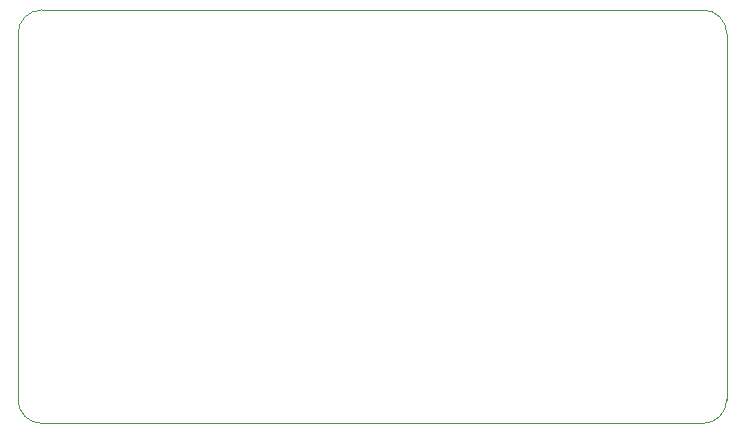
<source format=gm1>
G04 #@! TF.GenerationSoftware,KiCad,Pcbnew,(5.1.0)-1*
G04 #@! TF.CreationDate,2019-11-19T19:29:26+08:00*
G04 #@! TF.ProjectId,RibbonCable_MB_BreakdownBoard,52696262-6f6e-4436-9162-6c655f4d425f,V1.1*
G04 #@! TF.SameCoordinates,Original*
G04 #@! TF.FileFunction,Profile,NP*
%FSLAX46Y46*%
G04 Gerber Fmt 4.6, Leading zero omitted, Abs format (unit mm)*
G04 Created by KiCad (PCBNEW (5.1.0)-1) date 2019-11-19 19:29:26*
%MOMM*%
%LPD*%
G04 APERTURE LIST*
%ADD10C,0.050000*%
G04 APERTURE END LIST*
D10*
X108000000Y-105000000D02*
G75*
G02X106000000Y-103000000I0J2000000D01*
G01*
X166000000Y-103000000D02*
G75*
G02X164000000Y-105000000I-2000000J0D01*
G01*
X164000000Y-70000000D02*
G75*
G02X166000000Y-72000000I0J-2000000D01*
G01*
X106000000Y-72000000D02*
G75*
G02X108000000Y-70000000I2000000J0D01*
G01*
X106000000Y-103000000D02*
X106000000Y-72000000D01*
X164000000Y-105000000D02*
X108000000Y-105000000D01*
X166000000Y-72000000D02*
X166000000Y-103000000D01*
X108000000Y-70000000D02*
X164000000Y-70000000D01*
M02*

</source>
